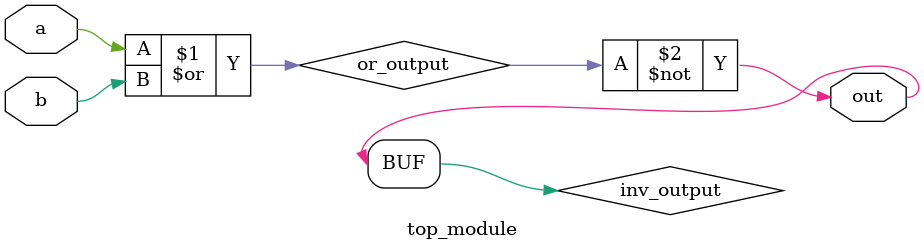
<source format=sv>
module top_module(
    input a,
    input b,
    output out
);

    // OR gate
    wire or_output;
    assign or_output = a | b;

    // Inverter
    wire inv_output;
    assign inv_output = ~or_output;

    // Output
    assign out = inv_output;

endmodule

</source>
